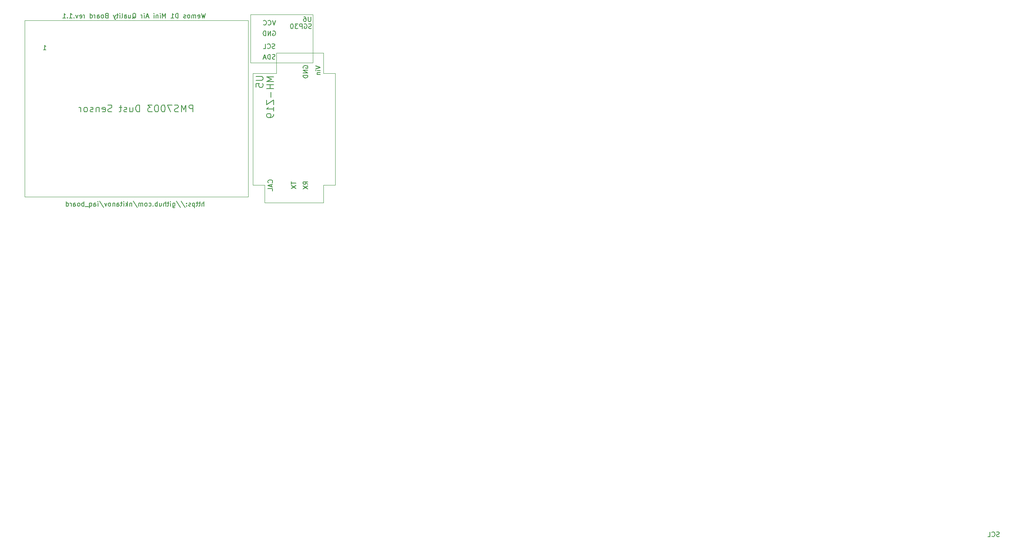
<source format=gbr>
%TF.GenerationSoftware,KiCad,Pcbnew,(5.1.5)-3*%
%TF.CreationDate,2020-03-09T23:17:30+02:00*%
%TF.ProjectId,iaq_device,6961715f-6465-4766-9963-652e6b696361,rev?*%
%TF.SameCoordinates,Original*%
%TF.FileFunction,Legend,Bot*%
%TF.FilePolarity,Positive*%
%FSLAX46Y46*%
G04 Gerber Fmt 4.6, Leading zero omitted, Abs format (unit mm)*
G04 Created by KiCad (PCBNEW (5.1.5)-3) date 2020-03-09 23:17:30*
%MOMM*%
%LPD*%
G04 APERTURE LIST*
%ADD10C,0.150000*%
%ADD11C,0.120000*%
%ADD12C,0.200000*%
G04 APERTURE END LIST*
D10*
X154376285Y-84478761D02*
X154233428Y-84526380D01*
X153995333Y-84526380D01*
X153900095Y-84478761D01*
X153852476Y-84431142D01*
X153804857Y-84335904D01*
X153804857Y-84240666D01*
X153852476Y-84145428D01*
X153900095Y-84097809D01*
X153995333Y-84050190D01*
X154185809Y-84002571D01*
X154281047Y-83954952D01*
X154328666Y-83907333D01*
X154376285Y-83812095D01*
X154376285Y-83716857D01*
X154328666Y-83621619D01*
X154281047Y-83574000D01*
X154185809Y-83526380D01*
X153947714Y-83526380D01*
X153804857Y-83574000D01*
X153376285Y-84526380D02*
X153376285Y-83526380D01*
X153138190Y-83526380D01*
X152995333Y-83574000D01*
X152900095Y-83669238D01*
X152852476Y-83764476D01*
X152804857Y-83954952D01*
X152804857Y-84097809D01*
X152852476Y-84288285D01*
X152900095Y-84383523D01*
X152995333Y-84478761D01*
X153138190Y-84526380D01*
X153376285Y-84526380D01*
X152423904Y-84240666D02*
X151947714Y-84240666D01*
X152519142Y-84526380D02*
X152185809Y-83526380D01*
X151852476Y-84526380D01*
X154495333Y-76160380D02*
X154162000Y-77160380D01*
X153828666Y-76160380D01*
X152923904Y-77065142D02*
X152971523Y-77112761D01*
X153114380Y-77160380D01*
X153209619Y-77160380D01*
X153352476Y-77112761D01*
X153447714Y-77017523D01*
X153495333Y-76922285D01*
X153542952Y-76731809D01*
X153542952Y-76588952D01*
X153495333Y-76398476D01*
X153447714Y-76303238D01*
X153352476Y-76208000D01*
X153209619Y-76160380D01*
X153114380Y-76160380D01*
X152971523Y-76208000D01*
X152923904Y-76255619D01*
X151923904Y-77065142D02*
X151971523Y-77112761D01*
X152114380Y-77160380D01*
X152209619Y-77160380D01*
X152352476Y-77112761D01*
X152447714Y-77017523D01*
X152495333Y-76922285D01*
X152542952Y-76731809D01*
X152542952Y-76588952D01*
X152495333Y-76398476D01*
X152447714Y-76303238D01*
X152352476Y-76208000D01*
X152209619Y-76160380D01*
X152114380Y-76160380D01*
X151971523Y-76208000D01*
X151923904Y-76255619D01*
X139063142Y-116276380D02*
X139063142Y-115276380D01*
X138634571Y-116276380D02*
X138634571Y-115752571D01*
X138682190Y-115657333D01*
X138777428Y-115609714D01*
X138920285Y-115609714D01*
X139015523Y-115657333D01*
X139063142Y-115704952D01*
X138301238Y-115609714D02*
X137920285Y-115609714D01*
X138158380Y-115276380D02*
X138158380Y-116133523D01*
X138110761Y-116228761D01*
X138015523Y-116276380D01*
X137920285Y-116276380D01*
X137729809Y-115609714D02*
X137348857Y-115609714D01*
X137586952Y-115276380D02*
X137586952Y-116133523D01*
X137539333Y-116228761D01*
X137444095Y-116276380D01*
X137348857Y-116276380D01*
X137015523Y-115609714D02*
X137015523Y-116609714D01*
X137015523Y-115657333D02*
X136920285Y-115609714D01*
X136729809Y-115609714D01*
X136634571Y-115657333D01*
X136586952Y-115704952D01*
X136539333Y-115800190D01*
X136539333Y-116085904D01*
X136586952Y-116181142D01*
X136634571Y-116228761D01*
X136729809Y-116276380D01*
X136920285Y-116276380D01*
X137015523Y-116228761D01*
X136158380Y-116228761D02*
X136063142Y-116276380D01*
X135872666Y-116276380D01*
X135777428Y-116228761D01*
X135729809Y-116133523D01*
X135729809Y-116085904D01*
X135777428Y-115990666D01*
X135872666Y-115943047D01*
X136015523Y-115943047D01*
X136110761Y-115895428D01*
X136158380Y-115800190D01*
X136158380Y-115752571D01*
X136110761Y-115657333D01*
X136015523Y-115609714D01*
X135872666Y-115609714D01*
X135777428Y-115657333D01*
X135301238Y-116181142D02*
X135253619Y-116228761D01*
X135301238Y-116276380D01*
X135348857Y-116228761D01*
X135301238Y-116181142D01*
X135301238Y-116276380D01*
X135301238Y-115657333D02*
X135253619Y-115704952D01*
X135301238Y-115752571D01*
X135348857Y-115704952D01*
X135301238Y-115657333D01*
X135301238Y-115752571D01*
X134110761Y-115228761D02*
X134967904Y-116514476D01*
X133063142Y-115228761D02*
X133920285Y-116514476D01*
X132301238Y-115609714D02*
X132301238Y-116419238D01*
X132348857Y-116514476D01*
X132396476Y-116562095D01*
X132491714Y-116609714D01*
X132634571Y-116609714D01*
X132729809Y-116562095D01*
X132301238Y-116228761D02*
X132396476Y-116276380D01*
X132586952Y-116276380D01*
X132682190Y-116228761D01*
X132729809Y-116181142D01*
X132777428Y-116085904D01*
X132777428Y-115800190D01*
X132729809Y-115704952D01*
X132682190Y-115657333D01*
X132586952Y-115609714D01*
X132396476Y-115609714D01*
X132301238Y-115657333D01*
X131825047Y-116276380D02*
X131825047Y-115609714D01*
X131825047Y-115276380D02*
X131872666Y-115324000D01*
X131825047Y-115371619D01*
X131777428Y-115324000D01*
X131825047Y-115276380D01*
X131825047Y-115371619D01*
X131491714Y-115609714D02*
X131110761Y-115609714D01*
X131348857Y-115276380D02*
X131348857Y-116133523D01*
X131301238Y-116228761D01*
X131206000Y-116276380D01*
X131110761Y-116276380D01*
X130777428Y-116276380D02*
X130777428Y-115276380D01*
X130348857Y-116276380D02*
X130348857Y-115752571D01*
X130396476Y-115657333D01*
X130491714Y-115609714D01*
X130634571Y-115609714D01*
X130729809Y-115657333D01*
X130777428Y-115704952D01*
X129444095Y-115609714D02*
X129444095Y-116276380D01*
X129872666Y-115609714D02*
X129872666Y-116133523D01*
X129825047Y-116228761D01*
X129729809Y-116276380D01*
X129586952Y-116276380D01*
X129491714Y-116228761D01*
X129444095Y-116181142D01*
X128967904Y-116276380D02*
X128967904Y-115276380D01*
X128967904Y-115657333D02*
X128872666Y-115609714D01*
X128682190Y-115609714D01*
X128586952Y-115657333D01*
X128539333Y-115704952D01*
X128491714Y-115800190D01*
X128491714Y-116085904D01*
X128539333Y-116181142D01*
X128586952Y-116228761D01*
X128682190Y-116276380D01*
X128872666Y-116276380D01*
X128967904Y-116228761D01*
X128063142Y-116181142D02*
X128015523Y-116228761D01*
X128063142Y-116276380D01*
X128110761Y-116228761D01*
X128063142Y-116181142D01*
X128063142Y-116276380D01*
X127158380Y-116228761D02*
X127253619Y-116276380D01*
X127444095Y-116276380D01*
X127539333Y-116228761D01*
X127586952Y-116181142D01*
X127634571Y-116085904D01*
X127634571Y-115800190D01*
X127586952Y-115704952D01*
X127539333Y-115657333D01*
X127444095Y-115609714D01*
X127253619Y-115609714D01*
X127158380Y-115657333D01*
X126586952Y-116276380D02*
X126682190Y-116228761D01*
X126729809Y-116181142D01*
X126777428Y-116085904D01*
X126777428Y-115800190D01*
X126729809Y-115704952D01*
X126682190Y-115657333D01*
X126586952Y-115609714D01*
X126444095Y-115609714D01*
X126348857Y-115657333D01*
X126301238Y-115704952D01*
X126253619Y-115800190D01*
X126253619Y-116085904D01*
X126301238Y-116181142D01*
X126348857Y-116228761D01*
X126444095Y-116276380D01*
X126586952Y-116276380D01*
X125825047Y-116276380D02*
X125825047Y-115609714D01*
X125825047Y-115704952D02*
X125777428Y-115657333D01*
X125682190Y-115609714D01*
X125539333Y-115609714D01*
X125444095Y-115657333D01*
X125396476Y-115752571D01*
X125396476Y-116276380D01*
X125396476Y-115752571D02*
X125348857Y-115657333D01*
X125253619Y-115609714D01*
X125110761Y-115609714D01*
X125015523Y-115657333D01*
X124967904Y-115752571D01*
X124967904Y-116276380D01*
X123777428Y-115228761D02*
X124634571Y-116514476D01*
X123444095Y-115609714D02*
X123444095Y-116276380D01*
X123444095Y-115704952D02*
X123396476Y-115657333D01*
X123301238Y-115609714D01*
X123158380Y-115609714D01*
X123063142Y-115657333D01*
X123015523Y-115752571D01*
X123015523Y-116276380D01*
X122539333Y-116276380D02*
X122539333Y-115276380D01*
X122444095Y-115895428D02*
X122158380Y-116276380D01*
X122158380Y-115609714D02*
X122539333Y-115990666D01*
X121729809Y-116276380D02*
X121729809Y-115609714D01*
X121729809Y-115276380D02*
X121777428Y-115324000D01*
X121729809Y-115371619D01*
X121682190Y-115324000D01*
X121729809Y-115276380D01*
X121729809Y-115371619D01*
X121396476Y-115609714D02*
X121015523Y-115609714D01*
X121253619Y-115276380D02*
X121253619Y-116133523D01*
X121206000Y-116228761D01*
X121110761Y-116276380D01*
X121015523Y-116276380D01*
X120253619Y-116276380D02*
X120253619Y-115752571D01*
X120301238Y-115657333D01*
X120396476Y-115609714D01*
X120586952Y-115609714D01*
X120682190Y-115657333D01*
X120253619Y-116228761D02*
X120348857Y-116276380D01*
X120586952Y-116276380D01*
X120682190Y-116228761D01*
X120729809Y-116133523D01*
X120729809Y-116038285D01*
X120682190Y-115943047D01*
X120586952Y-115895428D01*
X120348857Y-115895428D01*
X120253619Y-115847809D01*
X119777428Y-115609714D02*
X119777428Y-116276380D01*
X119777428Y-115704952D02*
X119729809Y-115657333D01*
X119634571Y-115609714D01*
X119491714Y-115609714D01*
X119396476Y-115657333D01*
X119348857Y-115752571D01*
X119348857Y-116276380D01*
X118729809Y-116276380D02*
X118825047Y-116228761D01*
X118872666Y-116181142D01*
X118920285Y-116085904D01*
X118920285Y-115800190D01*
X118872666Y-115704952D01*
X118825047Y-115657333D01*
X118729809Y-115609714D01*
X118586952Y-115609714D01*
X118491714Y-115657333D01*
X118444095Y-115704952D01*
X118396476Y-115800190D01*
X118396476Y-116085904D01*
X118444095Y-116181142D01*
X118491714Y-116228761D01*
X118586952Y-116276380D01*
X118729809Y-116276380D01*
X118063142Y-115609714D02*
X117825047Y-116276380D01*
X117586952Y-115609714D01*
X116491714Y-115228761D02*
X117348857Y-116514476D01*
X116158380Y-116276380D02*
X116158380Y-115609714D01*
X116158380Y-115276380D02*
X116206000Y-115324000D01*
X116158380Y-115371619D01*
X116110761Y-115324000D01*
X116158380Y-115276380D01*
X116158380Y-115371619D01*
X115253619Y-116276380D02*
X115253619Y-115752571D01*
X115301238Y-115657333D01*
X115396476Y-115609714D01*
X115586952Y-115609714D01*
X115682190Y-115657333D01*
X115253619Y-116228761D02*
X115348857Y-116276380D01*
X115586952Y-116276380D01*
X115682190Y-116228761D01*
X115729809Y-116133523D01*
X115729809Y-116038285D01*
X115682190Y-115943047D01*
X115586952Y-115895428D01*
X115348857Y-115895428D01*
X115253619Y-115847809D01*
X114348857Y-115609714D02*
X114348857Y-116609714D01*
X114348857Y-116228761D02*
X114444095Y-116276380D01*
X114634571Y-116276380D01*
X114729809Y-116228761D01*
X114777428Y-116181142D01*
X114825047Y-116085904D01*
X114825047Y-115800190D01*
X114777428Y-115704952D01*
X114729809Y-115657333D01*
X114634571Y-115609714D01*
X114444095Y-115609714D01*
X114348857Y-115657333D01*
X114110761Y-116371619D02*
X113348857Y-116371619D01*
X113110761Y-116276380D02*
X113110761Y-115276380D01*
X113110761Y-115657333D02*
X113015523Y-115609714D01*
X112825047Y-115609714D01*
X112729809Y-115657333D01*
X112682190Y-115704952D01*
X112634571Y-115800190D01*
X112634571Y-116085904D01*
X112682190Y-116181142D01*
X112729809Y-116228761D01*
X112825047Y-116276380D01*
X113015523Y-116276380D01*
X113110761Y-116228761D01*
X112063142Y-116276380D02*
X112158380Y-116228761D01*
X112206000Y-116181142D01*
X112253619Y-116085904D01*
X112253619Y-115800190D01*
X112206000Y-115704952D01*
X112158380Y-115657333D01*
X112063142Y-115609714D01*
X111920285Y-115609714D01*
X111825047Y-115657333D01*
X111777428Y-115704952D01*
X111729809Y-115800190D01*
X111729809Y-116085904D01*
X111777428Y-116181142D01*
X111825047Y-116228761D01*
X111920285Y-116276380D01*
X112063142Y-116276380D01*
X110872666Y-116276380D02*
X110872666Y-115752571D01*
X110920285Y-115657333D01*
X111015523Y-115609714D01*
X111206000Y-115609714D01*
X111301238Y-115657333D01*
X110872666Y-116228761D02*
X110967904Y-116276380D01*
X111206000Y-116276380D01*
X111301238Y-116228761D01*
X111348857Y-116133523D01*
X111348857Y-116038285D01*
X111301238Y-115943047D01*
X111206000Y-115895428D01*
X110967904Y-115895428D01*
X110872666Y-115847809D01*
X110396476Y-116276380D02*
X110396476Y-115609714D01*
X110396476Y-115800190D02*
X110348857Y-115704952D01*
X110301238Y-115657333D01*
X110206000Y-115609714D01*
X110110761Y-115609714D01*
X109348857Y-116276380D02*
X109348857Y-115276380D01*
X109348857Y-116228761D02*
X109444095Y-116276380D01*
X109634571Y-116276380D01*
X109729809Y-116228761D01*
X109777428Y-116181142D01*
X109825047Y-116085904D01*
X109825047Y-115800190D01*
X109777428Y-115704952D01*
X109729809Y-115657333D01*
X109634571Y-115609714D01*
X109444095Y-115609714D01*
X109348857Y-115657333D01*
X139380571Y-74636380D02*
X139142476Y-75636380D01*
X138952000Y-74922095D01*
X138761523Y-75636380D01*
X138523428Y-74636380D01*
X137761523Y-75588761D02*
X137856761Y-75636380D01*
X138047238Y-75636380D01*
X138142476Y-75588761D01*
X138190095Y-75493523D01*
X138190095Y-75112571D01*
X138142476Y-75017333D01*
X138047238Y-74969714D01*
X137856761Y-74969714D01*
X137761523Y-75017333D01*
X137713904Y-75112571D01*
X137713904Y-75207809D01*
X138190095Y-75303047D01*
X137285333Y-75636380D02*
X137285333Y-74969714D01*
X137285333Y-75064952D02*
X137237714Y-75017333D01*
X137142476Y-74969714D01*
X136999619Y-74969714D01*
X136904380Y-75017333D01*
X136856761Y-75112571D01*
X136856761Y-75636380D01*
X136856761Y-75112571D02*
X136809142Y-75017333D01*
X136713904Y-74969714D01*
X136571047Y-74969714D01*
X136475809Y-75017333D01*
X136428190Y-75112571D01*
X136428190Y-75636380D01*
X135809142Y-75636380D02*
X135904380Y-75588761D01*
X135952000Y-75541142D01*
X135999619Y-75445904D01*
X135999619Y-75160190D01*
X135952000Y-75064952D01*
X135904380Y-75017333D01*
X135809142Y-74969714D01*
X135666285Y-74969714D01*
X135571047Y-75017333D01*
X135523428Y-75064952D01*
X135475809Y-75160190D01*
X135475809Y-75445904D01*
X135523428Y-75541142D01*
X135571047Y-75588761D01*
X135666285Y-75636380D01*
X135809142Y-75636380D01*
X135094857Y-75588761D02*
X134999619Y-75636380D01*
X134809142Y-75636380D01*
X134713904Y-75588761D01*
X134666285Y-75493523D01*
X134666285Y-75445904D01*
X134713904Y-75350666D01*
X134809142Y-75303047D01*
X134952000Y-75303047D01*
X135047238Y-75255428D01*
X135094857Y-75160190D01*
X135094857Y-75112571D01*
X135047238Y-75017333D01*
X134952000Y-74969714D01*
X134809142Y-74969714D01*
X134713904Y-75017333D01*
X133475809Y-75636380D02*
X133475809Y-74636380D01*
X133237714Y-74636380D01*
X133094857Y-74684000D01*
X132999619Y-74779238D01*
X132952000Y-74874476D01*
X132904380Y-75064952D01*
X132904380Y-75207809D01*
X132952000Y-75398285D01*
X132999619Y-75493523D01*
X133094857Y-75588761D01*
X133237714Y-75636380D01*
X133475809Y-75636380D01*
X131952000Y-75636380D02*
X132523428Y-75636380D01*
X132237714Y-75636380D02*
X132237714Y-74636380D01*
X132332952Y-74779238D01*
X132428190Y-74874476D01*
X132523428Y-74922095D01*
X130761523Y-75636380D02*
X130761523Y-74636380D01*
X130428190Y-75350666D01*
X130094857Y-74636380D01*
X130094857Y-75636380D01*
X129618666Y-75636380D02*
X129618666Y-74969714D01*
X129618666Y-74636380D02*
X129666285Y-74684000D01*
X129618666Y-74731619D01*
X129571047Y-74684000D01*
X129618666Y-74636380D01*
X129618666Y-74731619D01*
X129142476Y-74969714D02*
X129142476Y-75636380D01*
X129142476Y-75064952D02*
X129094857Y-75017333D01*
X128999619Y-74969714D01*
X128856761Y-74969714D01*
X128761523Y-75017333D01*
X128713904Y-75112571D01*
X128713904Y-75636380D01*
X128237714Y-75636380D02*
X128237714Y-74969714D01*
X128237714Y-74636380D02*
X128285333Y-74684000D01*
X128237714Y-74731619D01*
X128190095Y-74684000D01*
X128237714Y-74636380D01*
X128237714Y-74731619D01*
X127047238Y-75350666D02*
X126571047Y-75350666D01*
X127142476Y-75636380D02*
X126809142Y-74636380D01*
X126475809Y-75636380D01*
X126142476Y-75636380D02*
X126142476Y-74969714D01*
X126142476Y-74636380D02*
X126190095Y-74684000D01*
X126142476Y-74731619D01*
X126094857Y-74684000D01*
X126142476Y-74636380D01*
X126142476Y-74731619D01*
X125666285Y-75636380D02*
X125666285Y-74969714D01*
X125666285Y-75160190D02*
X125618666Y-75064952D01*
X125571047Y-75017333D01*
X125475809Y-74969714D01*
X125380571Y-74969714D01*
X123618666Y-75731619D02*
X123713904Y-75684000D01*
X123809142Y-75588761D01*
X123952000Y-75445904D01*
X124047238Y-75398285D01*
X124142476Y-75398285D01*
X124094857Y-75636380D02*
X124190095Y-75588761D01*
X124285333Y-75493523D01*
X124332952Y-75303047D01*
X124332952Y-74969714D01*
X124285333Y-74779238D01*
X124190095Y-74684000D01*
X124094857Y-74636380D01*
X123904380Y-74636380D01*
X123809142Y-74684000D01*
X123713904Y-74779238D01*
X123666285Y-74969714D01*
X123666285Y-75303047D01*
X123713904Y-75493523D01*
X123809142Y-75588761D01*
X123904380Y-75636380D01*
X124094857Y-75636380D01*
X122809142Y-74969714D02*
X122809142Y-75636380D01*
X123237714Y-74969714D02*
X123237714Y-75493523D01*
X123190095Y-75588761D01*
X123094857Y-75636380D01*
X122952000Y-75636380D01*
X122856761Y-75588761D01*
X122809142Y-75541142D01*
X121904380Y-75636380D02*
X121904380Y-75112571D01*
X121952000Y-75017333D01*
X122047238Y-74969714D01*
X122237714Y-74969714D01*
X122332952Y-75017333D01*
X121904380Y-75588761D02*
X121999619Y-75636380D01*
X122237714Y-75636380D01*
X122332952Y-75588761D01*
X122380571Y-75493523D01*
X122380571Y-75398285D01*
X122332952Y-75303047D01*
X122237714Y-75255428D01*
X121999619Y-75255428D01*
X121904380Y-75207809D01*
X121285333Y-75636380D02*
X121380571Y-75588761D01*
X121428190Y-75493523D01*
X121428190Y-74636380D01*
X120904380Y-75636380D02*
X120904380Y-74969714D01*
X120904380Y-74636380D02*
X120952000Y-74684000D01*
X120904380Y-74731619D01*
X120856761Y-74684000D01*
X120904380Y-74636380D01*
X120904380Y-74731619D01*
X120571047Y-74969714D02*
X120190095Y-74969714D01*
X120428190Y-74636380D02*
X120428190Y-75493523D01*
X120380571Y-75588761D01*
X120285333Y-75636380D01*
X120190095Y-75636380D01*
X119952000Y-74969714D02*
X119713904Y-75636380D01*
X119475809Y-74969714D02*
X119713904Y-75636380D01*
X119809142Y-75874476D01*
X119856761Y-75922095D01*
X119952000Y-75969714D01*
X117999619Y-75112571D02*
X117856761Y-75160190D01*
X117809142Y-75207809D01*
X117761523Y-75303047D01*
X117761523Y-75445904D01*
X117809142Y-75541142D01*
X117856761Y-75588761D01*
X117952000Y-75636380D01*
X118332952Y-75636380D01*
X118332952Y-74636380D01*
X117999619Y-74636380D01*
X117904380Y-74684000D01*
X117856761Y-74731619D01*
X117809142Y-74826857D01*
X117809142Y-74922095D01*
X117856761Y-75017333D01*
X117904380Y-75064952D01*
X117999619Y-75112571D01*
X118332952Y-75112571D01*
X117190095Y-75636380D02*
X117285333Y-75588761D01*
X117332952Y-75541142D01*
X117380571Y-75445904D01*
X117380571Y-75160190D01*
X117332952Y-75064952D01*
X117285333Y-75017333D01*
X117190095Y-74969714D01*
X117047238Y-74969714D01*
X116952000Y-75017333D01*
X116904380Y-75064952D01*
X116856761Y-75160190D01*
X116856761Y-75445904D01*
X116904380Y-75541142D01*
X116952000Y-75588761D01*
X117047238Y-75636380D01*
X117190095Y-75636380D01*
X115999619Y-75636380D02*
X115999619Y-75112571D01*
X116047238Y-75017333D01*
X116142476Y-74969714D01*
X116332952Y-74969714D01*
X116428190Y-75017333D01*
X115999619Y-75588761D02*
X116094857Y-75636380D01*
X116332952Y-75636380D01*
X116428190Y-75588761D01*
X116475809Y-75493523D01*
X116475809Y-75398285D01*
X116428190Y-75303047D01*
X116332952Y-75255428D01*
X116094857Y-75255428D01*
X115999619Y-75207809D01*
X115523428Y-75636380D02*
X115523428Y-74969714D01*
X115523428Y-75160190D02*
X115475809Y-75064952D01*
X115428190Y-75017333D01*
X115332952Y-74969714D01*
X115237714Y-74969714D01*
X114475809Y-75636380D02*
X114475809Y-74636380D01*
X114475809Y-75588761D02*
X114571047Y-75636380D01*
X114761523Y-75636380D01*
X114856761Y-75588761D01*
X114904380Y-75541142D01*
X114952000Y-75445904D01*
X114952000Y-75160190D01*
X114904380Y-75064952D01*
X114856761Y-75017333D01*
X114761523Y-74969714D01*
X114571047Y-74969714D01*
X114475809Y-75017333D01*
X113237714Y-75636380D02*
X113237714Y-74969714D01*
X113237714Y-75160190D02*
X113190095Y-75064952D01*
X113142476Y-75017333D01*
X113047238Y-74969714D01*
X112952000Y-74969714D01*
X112237714Y-75588761D02*
X112332952Y-75636380D01*
X112523428Y-75636380D01*
X112618666Y-75588761D01*
X112666285Y-75493523D01*
X112666285Y-75112571D01*
X112618666Y-75017333D01*
X112523428Y-74969714D01*
X112332952Y-74969714D01*
X112237714Y-75017333D01*
X112190095Y-75112571D01*
X112190095Y-75207809D01*
X112666285Y-75303047D01*
X111856761Y-74969714D02*
X111618666Y-75636380D01*
X111380571Y-74969714D01*
X110999619Y-75541142D02*
X110952000Y-75588761D01*
X110999619Y-75636380D01*
X111047238Y-75588761D01*
X110999619Y-75541142D01*
X110999619Y-75636380D01*
X109999619Y-75636380D02*
X110571047Y-75636380D01*
X110285333Y-75636380D02*
X110285333Y-74636380D01*
X110380571Y-74779238D01*
X110475809Y-74874476D01*
X110571047Y-74922095D01*
X109571047Y-75541142D02*
X109523428Y-75588761D01*
X109571047Y-75636380D01*
X109618666Y-75588761D01*
X109571047Y-75541142D01*
X109571047Y-75636380D01*
X108571047Y-75636380D02*
X109142476Y-75636380D01*
X108856761Y-75636380D02*
X108856761Y-74636380D01*
X108952000Y-74779238D01*
X109047238Y-74874476D01*
X109142476Y-74922095D01*
D11*
X154686000Y-87630000D02*
X154686000Y-86360000D01*
X149606000Y-87630000D02*
X154686000Y-87630000D01*
X149606000Y-111760000D02*
X149606000Y-87630000D01*
X152146000Y-111760000D02*
X149606000Y-111760000D01*
X152146000Y-113030000D02*
X152146000Y-111760000D01*
X164846000Y-111760000D02*
X164846000Y-113030000D01*
X167386000Y-111760000D02*
X164846000Y-111760000D01*
X167386000Y-87630000D02*
X167386000Y-111760000D01*
X164846000Y-87630000D02*
X167386000Y-87630000D01*
X164846000Y-86360000D02*
X164846000Y-87630000D01*
X154686000Y-83185000D02*
X154686000Y-86360000D01*
X164846000Y-83185000D02*
X154686000Y-83185000D01*
X164846000Y-86360000D02*
X164846000Y-83185000D01*
X164846000Y-113030000D02*
X164846000Y-115570000D01*
X152146000Y-115570000D02*
X152146000Y-113030000D01*
X164846000Y-115570000D02*
X152146000Y-115570000D01*
X149098000Y-74930000D02*
X162560000Y-74930000D01*
X149098000Y-74930000D02*
X149098000Y-85344000D01*
X162560000Y-85344000D02*
X162560000Y-74930000D01*
X149098000Y-85344000D02*
X162560000Y-85344000D01*
X148590000Y-114300000D02*
X148590000Y-76200000D01*
X100330000Y-114300000D02*
X148590000Y-114300000D01*
X100330000Y-76200000D02*
X100330000Y-114300000D01*
X148590000Y-76200000D02*
X100330000Y-76200000D01*
D10*
X310816476Y-187602761D02*
X310673619Y-187650380D01*
X310435523Y-187650380D01*
X310340285Y-187602761D01*
X310292666Y-187555142D01*
X310245047Y-187459904D01*
X310245047Y-187364666D01*
X310292666Y-187269428D01*
X310340285Y-187221809D01*
X310435523Y-187174190D01*
X310626000Y-187126571D01*
X310721238Y-187078952D01*
X310768857Y-187031333D01*
X310816476Y-186936095D01*
X310816476Y-186840857D01*
X310768857Y-186745619D01*
X310721238Y-186698000D01*
X310626000Y-186650380D01*
X310387904Y-186650380D01*
X310245047Y-186698000D01*
X309245047Y-187555142D02*
X309292666Y-187602761D01*
X309435523Y-187650380D01*
X309530761Y-187650380D01*
X309673619Y-187602761D01*
X309768857Y-187507523D01*
X309816476Y-187412285D01*
X309864095Y-187221809D01*
X309864095Y-187078952D01*
X309816476Y-186888476D01*
X309768857Y-186793238D01*
X309673619Y-186698000D01*
X309530761Y-186650380D01*
X309435523Y-186650380D01*
X309292666Y-186698000D01*
X309245047Y-186745619D01*
X308340285Y-187650380D02*
X308816476Y-187650380D01*
X308816476Y-186650380D01*
D12*
X150308571Y-88265142D02*
X151522857Y-88265142D01*
X151665714Y-88336571D01*
X151737142Y-88408000D01*
X151808571Y-88550857D01*
X151808571Y-88836571D01*
X151737142Y-88979428D01*
X151665714Y-89050857D01*
X151522857Y-89122285D01*
X150308571Y-89122285D01*
X150308571Y-90550857D02*
X150308571Y-89836571D01*
X151022857Y-89765142D01*
X150951428Y-89836571D01*
X150880000Y-89979428D01*
X150880000Y-90336571D01*
X150951428Y-90479428D01*
X151022857Y-90550857D01*
X151165714Y-90622285D01*
X151522857Y-90622285D01*
X151665714Y-90550857D01*
X151737142Y-90479428D01*
X151808571Y-90336571D01*
X151808571Y-89979428D01*
X151737142Y-89836571D01*
X151665714Y-89765142D01*
D10*
X153773142Y-111236190D02*
X153820761Y-111188571D01*
X153868380Y-111045714D01*
X153868380Y-110950476D01*
X153820761Y-110807619D01*
X153725523Y-110712380D01*
X153630285Y-110664761D01*
X153439809Y-110617142D01*
X153296952Y-110617142D01*
X153106476Y-110664761D01*
X153011238Y-110712380D01*
X152916000Y-110807619D01*
X152868380Y-110950476D01*
X152868380Y-111045714D01*
X152916000Y-111188571D01*
X152963619Y-111236190D01*
X153582666Y-111617142D02*
X153582666Y-112093333D01*
X153868380Y-111521904D02*
X152868380Y-111855238D01*
X153868380Y-112188571D01*
X153868380Y-112998095D02*
X153868380Y-112521904D01*
X152868380Y-112521904D01*
X163155380Y-85971190D02*
X164155380Y-86304523D01*
X163155380Y-86637857D01*
X164155380Y-86971190D02*
X163488714Y-86971190D01*
X163155380Y-86971190D02*
X163203000Y-86923571D01*
X163250619Y-86971190D01*
X163203000Y-87018809D01*
X163155380Y-86971190D01*
X163250619Y-86971190D01*
X163488714Y-87447380D02*
X164155380Y-87447380D01*
X163583952Y-87447380D02*
X163536333Y-87495000D01*
X163488714Y-87590238D01*
X163488714Y-87733095D01*
X163536333Y-87828333D01*
X163631571Y-87875952D01*
X164155380Y-87875952D01*
X160536000Y-86487095D02*
X160488380Y-86391857D01*
X160488380Y-86249000D01*
X160536000Y-86106142D01*
X160631238Y-86010904D01*
X160726476Y-85963285D01*
X160916952Y-85915666D01*
X161059809Y-85915666D01*
X161250285Y-85963285D01*
X161345523Y-86010904D01*
X161440761Y-86106142D01*
X161488380Y-86249000D01*
X161488380Y-86344238D01*
X161440761Y-86487095D01*
X161393142Y-86534714D01*
X161059809Y-86534714D01*
X161059809Y-86344238D01*
X161488380Y-86963285D02*
X160488380Y-86963285D01*
X161488380Y-87534714D01*
X160488380Y-87534714D01*
X161488380Y-88010904D02*
X160488380Y-88010904D01*
X160488380Y-88249000D01*
X160536000Y-88391857D01*
X160631238Y-88487095D01*
X160726476Y-88534714D01*
X160916952Y-88582333D01*
X161059809Y-88582333D01*
X161250285Y-88534714D01*
X161345523Y-88487095D01*
X161440761Y-88391857D01*
X161488380Y-88249000D01*
X161488380Y-88010904D01*
X157948380Y-110998095D02*
X157948380Y-111569523D01*
X158948380Y-111283809D02*
X157948380Y-111283809D01*
X157948380Y-111807619D02*
X158948380Y-112474285D01*
X157948380Y-112474285D02*
X158948380Y-111807619D01*
X161488380Y-111593333D02*
X161012190Y-111260000D01*
X161488380Y-111021904D02*
X160488380Y-111021904D01*
X160488380Y-111402857D01*
X160536000Y-111498095D01*
X160583619Y-111545714D01*
X160678857Y-111593333D01*
X160821714Y-111593333D01*
X160916952Y-111545714D01*
X160964571Y-111498095D01*
X161012190Y-111402857D01*
X161012190Y-111021904D01*
X160488380Y-111926666D02*
X161488380Y-112593333D01*
X160488380Y-112593333D02*
X161488380Y-111926666D01*
D12*
X154094571Y-88352857D02*
X152594571Y-88352857D01*
X153666000Y-88852857D01*
X152594571Y-89352857D01*
X154094571Y-89352857D01*
X154094571Y-90067142D02*
X152594571Y-90067142D01*
X153308857Y-90067142D02*
X153308857Y-90924285D01*
X154094571Y-90924285D02*
X152594571Y-90924285D01*
X153523142Y-91638571D02*
X153523142Y-92781428D01*
X152594571Y-93352857D02*
X152594571Y-94352857D01*
X154094571Y-93352857D01*
X154094571Y-94352857D01*
X154094571Y-95710000D02*
X154094571Y-94852857D01*
X154094571Y-95281428D02*
X152594571Y-95281428D01*
X152808857Y-95138571D01*
X152951714Y-94995714D01*
X153023142Y-94852857D01*
X154094571Y-96424285D02*
X154094571Y-96710000D01*
X154023142Y-96852857D01*
X153951714Y-96924285D01*
X153737428Y-97067142D01*
X153451714Y-97138571D01*
X152880285Y-97138571D01*
X152737428Y-97067142D01*
X152666000Y-96995714D01*
X152594571Y-96852857D01*
X152594571Y-96567142D01*
X152666000Y-96424285D01*
X152737428Y-96352857D01*
X152880285Y-96281428D01*
X153237428Y-96281428D01*
X153380285Y-96352857D01*
X153451714Y-96424285D01*
X153523142Y-96567142D01*
X153523142Y-96852857D01*
X153451714Y-96995714D01*
X153380285Y-97067142D01*
X153237428Y-97138571D01*
D10*
X162133404Y-75398380D02*
X162133404Y-76207904D01*
X162085785Y-76303142D01*
X162038166Y-76350761D01*
X161942928Y-76398380D01*
X161752452Y-76398380D01*
X161657214Y-76350761D01*
X161609595Y-76303142D01*
X161561976Y-76207904D01*
X161561976Y-75398380D01*
X160657214Y-75398380D02*
X160847690Y-75398380D01*
X160942928Y-75446000D01*
X160990547Y-75493619D01*
X161085785Y-75636476D01*
X161133404Y-75826952D01*
X161133404Y-76207904D01*
X161085785Y-76303142D01*
X161038166Y-76350761D01*
X160942928Y-76398380D01*
X160752452Y-76398380D01*
X160657214Y-76350761D01*
X160609595Y-76303142D01*
X160561976Y-76207904D01*
X160561976Y-75969809D01*
X160609595Y-75874571D01*
X160657214Y-75826952D01*
X160752452Y-75779333D01*
X160942928Y-75779333D01*
X161038166Y-75826952D01*
X161085785Y-75874571D01*
X161133404Y-75969809D01*
X154352476Y-82192761D02*
X154209619Y-82240380D01*
X153971523Y-82240380D01*
X153876285Y-82192761D01*
X153828666Y-82145142D01*
X153781047Y-82049904D01*
X153781047Y-81954666D01*
X153828666Y-81859428D01*
X153876285Y-81811809D01*
X153971523Y-81764190D01*
X154162000Y-81716571D01*
X154257238Y-81668952D01*
X154304857Y-81621333D01*
X154352476Y-81526095D01*
X154352476Y-81430857D01*
X154304857Y-81335619D01*
X154257238Y-81288000D01*
X154162000Y-81240380D01*
X153923904Y-81240380D01*
X153781047Y-81288000D01*
X152781047Y-82145142D02*
X152828666Y-82192761D01*
X152971523Y-82240380D01*
X153066761Y-82240380D01*
X153209619Y-82192761D01*
X153304857Y-82097523D01*
X153352476Y-82002285D01*
X153400095Y-81811809D01*
X153400095Y-81668952D01*
X153352476Y-81478476D01*
X153304857Y-81383238D01*
X153209619Y-81288000D01*
X153066761Y-81240380D01*
X152971523Y-81240380D01*
X152828666Y-81288000D01*
X152781047Y-81335619D01*
X151876285Y-82240380D02*
X152352476Y-82240380D01*
X152352476Y-81240380D01*
X153923904Y-78494000D02*
X154019142Y-78446380D01*
X154162000Y-78446380D01*
X154304857Y-78494000D01*
X154400095Y-78589238D01*
X154447714Y-78684476D01*
X154495333Y-78874952D01*
X154495333Y-79017809D01*
X154447714Y-79208285D01*
X154400095Y-79303523D01*
X154304857Y-79398761D01*
X154162000Y-79446380D01*
X154066761Y-79446380D01*
X153923904Y-79398761D01*
X153876285Y-79351142D01*
X153876285Y-79017809D01*
X154066761Y-79017809D01*
X153447714Y-79446380D02*
X153447714Y-78446380D01*
X152876285Y-79446380D01*
X152876285Y-78446380D01*
X152400095Y-79446380D02*
X152400095Y-78446380D01*
X152162000Y-78446380D01*
X152019142Y-78494000D01*
X151923904Y-78589238D01*
X151876285Y-78684476D01*
X151828666Y-78874952D01*
X151828666Y-79017809D01*
X151876285Y-79208285D01*
X151923904Y-79303523D01*
X152019142Y-79398761D01*
X152162000Y-79446380D01*
X152400095Y-79446380D01*
X162244166Y-77874761D02*
X162101309Y-77922380D01*
X161863214Y-77922380D01*
X161767976Y-77874761D01*
X161720357Y-77827142D01*
X161672738Y-77731904D01*
X161672738Y-77636666D01*
X161720357Y-77541428D01*
X161767976Y-77493809D01*
X161863214Y-77446190D01*
X162053690Y-77398571D01*
X162148928Y-77350952D01*
X162196547Y-77303333D01*
X162244166Y-77208095D01*
X162244166Y-77112857D01*
X162196547Y-77017619D01*
X162148928Y-76970000D01*
X162053690Y-76922380D01*
X161815595Y-76922380D01*
X161672738Y-76970000D01*
X160720357Y-76970000D02*
X160815595Y-76922380D01*
X160958452Y-76922380D01*
X161101309Y-76970000D01*
X161196547Y-77065238D01*
X161244166Y-77160476D01*
X161291785Y-77350952D01*
X161291785Y-77493809D01*
X161244166Y-77684285D01*
X161196547Y-77779523D01*
X161101309Y-77874761D01*
X160958452Y-77922380D01*
X160863214Y-77922380D01*
X160720357Y-77874761D01*
X160672738Y-77827142D01*
X160672738Y-77493809D01*
X160863214Y-77493809D01*
X160244166Y-77922380D02*
X160244166Y-76922380D01*
X159863214Y-76922380D01*
X159767976Y-76970000D01*
X159720357Y-77017619D01*
X159672738Y-77112857D01*
X159672738Y-77255714D01*
X159720357Y-77350952D01*
X159767976Y-77398571D01*
X159863214Y-77446190D01*
X160244166Y-77446190D01*
X159339404Y-76922380D02*
X158720357Y-76922380D01*
X159053690Y-77303333D01*
X158910833Y-77303333D01*
X158815595Y-77350952D01*
X158767976Y-77398571D01*
X158720357Y-77493809D01*
X158720357Y-77731904D01*
X158767976Y-77827142D01*
X158815595Y-77874761D01*
X158910833Y-77922380D01*
X159196547Y-77922380D01*
X159291785Y-77874761D01*
X159339404Y-77827142D01*
X158101309Y-76922380D02*
X158006071Y-76922380D01*
X157910833Y-76970000D01*
X157863214Y-77017619D01*
X157815595Y-77112857D01*
X157767976Y-77303333D01*
X157767976Y-77541428D01*
X157815595Y-77731904D01*
X157863214Y-77827142D01*
X157910833Y-77874761D01*
X158006071Y-77922380D01*
X158101309Y-77922380D01*
X158196547Y-77874761D01*
X158244166Y-77827142D01*
X158291785Y-77731904D01*
X158339404Y-77541428D01*
X158339404Y-77303333D01*
X158291785Y-77112857D01*
X158244166Y-77017619D01*
X158196547Y-76970000D01*
X158101309Y-76922380D01*
X104362285Y-82494380D02*
X104933714Y-82494380D01*
X104648000Y-82494380D02*
X104648000Y-81494380D01*
X104743238Y-81637238D01*
X104838476Y-81732476D01*
X104933714Y-81780095D01*
D12*
X136674285Y-95928571D02*
X136674285Y-94428571D01*
X136102857Y-94428571D01*
X135960000Y-94500000D01*
X135888571Y-94571428D01*
X135817142Y-94714285D01*
X135817142Y-94928571D01*
X135888571Y-95071428D01*
X135960000Y-95142857D01*
X136102857Y-95214285D01*
X136674285Y-95214285D01*
X135174285Y-95928571D02*
X135174285Y-94428571D01*
X134674285Y-95500000D01*
X134174285Y-94428571D01*
X134174285Y-95928571D01*
X133531428Y-95857142D02*
X133317142Y-95928571D01*
X132960000Y-95928571D01*
X132817142Y-95857142D01*
X132745714Y-95785714D01*
X132674285Y-95642857D01*
X132674285Y-95500000D01*
X132745714Y-95357142D01*
X132817142Y-95285714D01*
X132960000Y-95214285D01*
X133245714Y-95142857D01*
X133388571Y-95071428D01*
X133460000Y-95000000D01*
X133531428Y-94857142D01*
X133531428Y-94714285D01*
X133460000Y-94571428D01*
X133388571Y-94500000D01*
X133245714Y-94428571D01*
X132888571Y-94428571D01*
X132674285Y-94500000D01*
X132174285Y-94428571D02*
X131174285Y-94428571D01*
X131817142Y-95928571D01*
X130317142Y-94428571D02*
X130174285Y-94428571D01*
X130031428Y-94500000D01*
X129960000Y-94571428D01*
X129888571Y-94714285D01*
X129817142Y-95000000D01*
X129817142Y-95357142D01*
X129888571Y-95642857D01*
X129960000Y-95785714D01*
X130031428Y-95857142D01*
X130174285Y-95928571D01*
X130317142Y-95928571D01*
X130460000Y-95857142D01*
X130531428Y-95785714D01*
X130602857Y-95642857D01*
X130674285Y-95357142D01*
X130674285Y-95000000D01*
X130602857Y-94714285D01*
X130531428Y-94571428D01*
X130460000Y-94500000D01*
X130317142Y-94428571D01*
X128888571Y-94428571D02*
X128745714Y-94428571D01*
X128602857Y-94500000D01*
X128531428Y-94571428D01*
X128460000Y-94714285D01*
X128388571Y-95000000D01*
X128388571Y-95357142D01*
X128460000Y-95642857D01*
X128531428Y-95785714D01*
X128602857Y-95857142D01*
X128745714Y-95928571D01*
X128888571Y-95928571D01*
X129031428Y-95857142D01*
X129102857Y-95785714D01*
X129174285Y-95642857D01*
X129245714Y-95357142D01*
X129245714Y-95000000D01*
X129174285Y-94714285D01*
X129102857Y-94571428D01*
X129031428Y-94500000D01*
X128888571Y-94428571D01*
X127888571Y-94428571D02*
X126960000Y-94428571D01*
X127460000Y-95000000D01*
X127245714Y-95000000D01*
X127102857Y-95071428D01*
X127031428Y-95142857D01*
X126960000Y-95285714D01*
X126960000Y-95642857D01*
X127031428Y-95785714D01*
X127102857Y-95857142D01*
X127245714Y-95928571D01*
X127674285Y-95928571D01*
X127817142Y-95857142D01*
X127888571Y-95785714D01*
X125174285Y-95928571D02*
X125174285Y-94428571D01*
X124817142Y-94428571D01*
X124602857Y-94500000D01*
X124460000Y-94642857D01*
X124388571Y-94785714D01*
X124317142Y-95071428D01*
X124317142Y-95285714D01*
X124388571Y-95571428D01*
X124460000Y-95714285D01*
X124602857Y-95857142D01*
X124817142Y-95928571D01*
X125174285Y-95928571D01*
X123031428Y-94928571D02*
X123031428Y-95928571D01*
X123674285Y-94928571D02*
X123674285Y-95714285D01*
X123602857Y-95857142D01*
X123460000Y-95928571D01*
X123245714Y-95928571D01*
X123102857Y-95857142D01*
X123031428Y-95785714D01*
X122388571Y-95857142D02*
X122245714Y-95928571D01*
X121960000Y-95928571D01*
X121817142Y-95857142D01*
X121745714Y-95714285D01*
X121745714Y-95642857D01*
X121817142Y-95500000D01*
X121960000Y-95428571D01*
X122174285Y-95428571D01*
X122317142Y-95357142D01*
X122388571Y-95214285D01*
X122388571Y-95142857D01*
X122317142Y-95000000D01*
X122174285Y-94928571D01*
X121960000Y-94928571D01*
X121817142Y-95000000D01*
X121317142Y-94928571D02*
X120745714Y-94928571D01*
X121102857Y-94428571D02*
X121102857Y-95714285D01*
X121031428Y-95857142D01*
X120888571Y-95928571D01*
X120745714Y-95928571D01*
X119174285Y-95857142D02*
X118960000Y-95928571D01*
X118602857Y-95928571D01*
X118460000Y-95857142D01*
X118388571Y-95785714D01*
X118317142Y-95642857D01*
X118317142Y-95500000D01*
X118388571Y-95357142D01*
X118460000Y-95285714D01*
X118602857Y-95214285D01*
X118888571Y-95142857D01*
X119031428Y-95071428D01*
X119102857Y-95000000D01*
X119174285Y-94857142D01*
X119174285Y-94714285D01*
X119102857Y-94571428D01*
X119031428Y-94500000D01*
X118888571Y-94428571D01*
X118531428Y-94428571D01*
X118317142Y-94500000D01*
X117102857Y-95857142D02*
X117245714Y-95928571D01*
X117531428Y-95928571D01*
X117674285Y-95857142D01*
X117745714Y-95714285D01*
X117745714Y-95142857D01*
X117674285Y-95000000D01*
X117531428Y-94928571D01*
X117245714Y-94928571D01*
X117102857Y-95000000D01*
X117031428Y-95142857D01*
X117031428Y-95285714D01*
X117745714Y-95428571D01*
X116388571Y-94928571D02*
X116388571Y-95928571D01*
X116388571Y-95071428D02*
X116317142Y-95000000D01*
X116174285Y-94928571D01*
X115960000Y-94928571D01*
X115817142Y-95000000D01*
X115745714Y-95142857D01*
X115745714Y-95928571D01*
X115102857Y-95857142D02*
X114960000Y-95928571D01*
X114674285Y-95928571D01*
X114531428Y-95857142D01*
X114460000Y-95714285D01*
X114460000Y-95642857D01*
X114531428Y-95500000D01*
X114674285Y-95428571D01*
X114888571Y-95428571D01*
X115031428Y-95357142D01*
X115102857Y-95214285D01*
X115102857Y-95142857D01*
X115031428Y-95000000D01*
X114888571Y-94928571D01*
X114674285Y-94928571D01*
X114531428Y-95000000D01*
X113602857Y-95928571D02*
X113745714Y-95857142D01*
X113817142Y-95785714D01*
X113888571Y-95642857D01*
X113888571Y-95214285D01*
X113817142Y-95071428D01*
X113745714Y-95000000D01*
X113602857Y-94928571D01*
X113388571Y-94928571D01*
X113245714Y-95000000D01*
X113174285Y-95071428D01*
X113102857Y-95214285D01*
X113102857Y-95642857D01*
X113174285Y-95785714D01*
X113245714Y-95857142D01*
X113388571Y-95928571D01*
X113602857Y-95928571D01*
X112460000Y-95928571D02*
X112460000Y-94928571D01*
X112460000Y-95214285D02*
X112388571Y-95071428D01*
X112317142Y-95000000D01*
X112174285Y-94928571D01*
X112031428Y-94928571D01*
M02*

</source>
